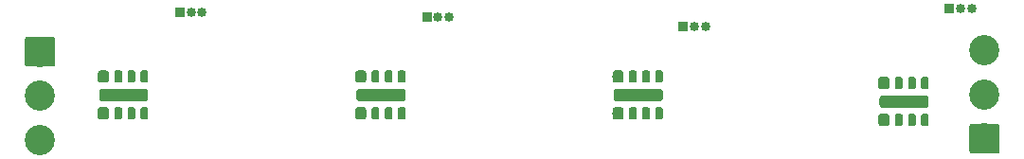
<source format=gbr>
G04 #@! TF.GenerationSoftware,KiCad,Pcbnew,(5.1.2)-2*
G04 #@! TF.CreationDate,2020-01-05T19:11:54-05:00*
G04 #@! TF.ProjectId,AddressableLED,41646472-6573-4736-9162-6c654c45442e,rev?*
G04 #@! TF.SameCoordinates,Original*
G04 #@! TF.FileFunction,Soldermask,Bot*
G04 #@! TF.FilePolarity,Negative*
%FSLAX46Y46*%
G04 Gerber Fmt 4.6, Leading zero omitted, Abs format (unit mm)*
G04 Created by KiCad (PCBNEW (5.1.2)-2) date 2020-01-05 19:11:54*
%MOMM*%
%LPD*%
G04 APERTURE LIST*
%ADD10O,0.850000X0.850000*%
%ADD11R,0.850000X0.850000*%
%ADD12C,0.100000*%
%ADD13C,1.100000*%
%ADD14C,0.670000*%
%ADD15C,0.980000*%
%ADD16C,2.700000*%
G04 APERTURE END LIST*
D10*
X182479700Y-96177100D03*
X181479700Y-96177100D03*
D11*
X180479700Y-96177100D03*
D12*
G36*
X178367655Y-103946924D02*
G01*
X178394350Y-103950884D01*
X178420528Y-103957441D01*
X178445938Y-103966533D01*
X178470334Y-103978072D01*
X178493482Y-103991946D01*
X178515158Y-104008022D01*
X178535154Y-104026146D01*
X178553278Y-104046142D01*
X178569354Y-104067818D01*
X178583228Y-104090966D01*
X178594767Y-104115362D01*
X178603859Y-104140772D01*
X178610416Y-104166950D01*
X178614376Y-104193645D01*
X178615700Y-104220600D01*
X178615700Y-104770600D01*
X178614376Y-104797555D01*
X178610416Y-104824250D01*
X178603859Y-104850428D01*
X178594767Y-104875838D01*
X178583228Y-104900234D01*
X178569354Y-104923382D01*
X178553278Y-104945058D01*
X178535154Y-104965054D01*
X178515158Y-104983178D01*
X178493482Y-104999254D01*
X178470334Y-105013128D01*
X178445938Y-105024667D01*
X178420528Y-105033759D01*
X178394350Y-105040316D01*
X178367655Y-105044276D01*
X178340700Y-105045600D01*
X174490700Y-105045600D01*
X174463745Y-105044276D01*
X174437050Y-105040316D01*
X174410872Y-105033759D01*
X174385462Y-105024667D01*
X174361066Y-105013128D01*
X174337918Y-104999254D01*
X174316242Y-104983178D01*
X174296246Y-104965054D01*
X174278122Y-104945058D01*
X174262046Y-104923382D01*
X174248172Y-104900234D01*
X174236633Y-104875838D01*
X174227541Y-104850428D01*
X174220984Y-104824250D01*
X174217024Y-104797555D01*
X174215700Y-104770600D01*
X174215700Y-104220600D01*
X174217024Y-104193645D01*
X174220984Y-104166950D01*
X174227541Y-104140772D01*
X174236633Y-104115362D01*
X174248172Y-104090966D01*
X174262046Y-104067818D01*
X174278122Y-104046142D01*
X174296246Y-104026146D01*
X174316242Y-104008022D01*
X174337918Y-103991946D01*
X174361066Y-103978072D01*
X174385462Y-103966533D01*
X174410872Y-103957441D01*
X174437050Y-103950884D01*
X174463745Y-103946924D01*
X174490700Y-103945600D01*
X178340700Y-103945600D01*
X178367655Y-103946924D01*
X178367655Y-103946924D01*
G37*
D13*
X176415700Y-104495600D03*
D12*
G36*
X178456218Y-102298907D02*
G01*
X178472478Y-102301318D01*
X178488423Y-102305312D01*
X178503899Y-102310850D01*
X178518759Y-102317878D01*
X178532858Y-102326329D01*
X178546061Y-102336121D01*
X178558240Y-102347160D01*
X178569279Y-102359339D01*
X178579071Y-102372542D01*
X178587522Y-102386641D01*
X178594550Y-102401501D01*
X178600088Y-102416977D01*
X178604082Y-102432922D01*
X178606493Y-102449182D01*
X178607300Y-102465600D01*
X178607300Y-103230600D01*
X178606493Y-103247018D01*
X178604082Y-103263278D01*
X178600088Y-103279223D01*
X178594550Y-103294699D01*
X178587522Y-103309559D01*
X178579071Y-103323658D01*
X178569279Y-103336861D01*
X178558240Y-103349040D01*
X178546061Y-103360079D01*
X178532858Y-103369871D01*
X178518759Y-103378322D01*
X178503899Y-103385350D01*
X178488423Y-103390888D01*
X178472478Y-103394882D01*
X178456218Y-103397293D01*
X178439800Y-103398100D01*
X178104800Y-103398100D01*
X178088382Y-103397293D01*
X178072122Y-103394882D01*
X178056177Y-103390888D01*
X178040701Y-103385350D01*
X178025841Y-103378322D01*
X178011742Y-103369871D01*
X177998539Y-103360079D01*
X177986360Y-103349040D01*
X177975321Y-103336861D01*
X177965529Y-103323658D01*
X177957078Y-103309559D01*
X177950050Y-103294699D01*
X177944512Y-103279223D01*
X177940518Y-103263278D01*
X177938107Y-103247018D01*
X177937300Y-103230600D01*
X177937300Y-102465600D01*
X177938107Y-102449182D01*
X177940518Y-102432922D01*
X177944512Y-102416977D01*
X177950050Y-102401501D01*
X177957078Y-102386641D01*
X177965529Y-102372542D01*
X177975321Y-102359339D01*
X177986360Y-102347160D01*
X177998539Y-102336121D01*
X178011742Y-102326329D01*
X178025841Y-102317878D01*
X178040701Y-102310850D01*
X178056177Y-102305312D01*
X178072122Y-102301318D01*
X178088382Y-102298907D01*
X178104800Y-102298100D01*
X178439800Y-102298100D01*
X178456218Y-102298907D01*
X178456218Y-102298907D01*
G37*
D14*
X178272300Y-102848100D03*
D12*
G36*
X178456218Y-105593907D02*
G01*
X178472478Y-105596318D01*
X178488423Y-105600312D01*
X178503899Y-105605850D01*
X178518759Y-105612878D01*
X178532858Y-105621329D01*
X178546061Y-105631121D01*
X178558240Y-105642160D01*
X178569279Y-105654339D01*
X178579071Y-105667542D01*
X178587522Y-105681641D01*
X178594550Y-105696501D01*
X178600088Y-105711977D01*
X178604082Y-105727922D01*
X178606493Y-105744182D01*
X178607300Y-105760600D01*
X178607300Y-106525600D01*
X178606493Y-106542018D01*
X178604082Y-106558278D01*
X178600088Y-106574223D01*
X178594550Y-106589699D01*
X178587522Y-106604559D01*
X178579071Y-106618658D01*
X178569279Y-106631861D01*
X178558240Y-106644040D01*
X178546061Y-106655079D01*
X178532858Y-106664871D01*
X178518759Y-106673322D01*
X178503899Y-106680350D01*
X178488423Y-106685888D01*
X178472478Y-106689882D01*
X178456218Y-106692293D01*
X178439800Y-106693100D01*
X178104800Y-106693100D01*
X178088382Y-106692293D01*
X178072122Y-106689882D01*
X178056177Y-106685888D01*
X178040701Y-106680350D01*
X178025841Y-106673322D01*
X178011742Y-106664871D01*
X177998539Y-106655079D01*
X177986360Y-106644040D01*
X177975321Y-106631861D01*
X177965529Y-106618658D01*
X177957078Y-106604559D01*
X177950050Y-106589699D01*
X177944512Y-106574223D01*
X177940518Y-106558278D01*
X177938107Y-106542018D01*
X177937300Y-106525600D01*
X177937300Y-105760600D01*
X177938107Y-105744182D01*
X177940518Y-105727922D01*
X177944512Y-105711977D01*
X177950050Y-105696501D01*
X177957078Y-105681641D01*
X177965529Y-105667542D01*
X177975321Y-105654339D01*
X177986360Y-105642160D01*
X177998539Y-105631121D01*
X178011742Y-105621329D01*
X178025841Y-105612878D01*
X178040701Y-105605850D01*
X178056177Y-105600312D01*
X178072122Y-105596318D01*
X178088382Y-105593907D01*
X178104800Y-105593100D01*
X178439800Y-105593100D01*
X178456218Y-105593907D01*
X178456218Y-105593907D01*
G37*
D14*
X178272300Y-106143100D03*
D12*
G36*
X177286218Y-102298907D02*
G01*
X177302478Y-102301318D01*
X177318423Y-102305312D01*
X177333899Y-102310850D01*
X177348759Y-102317878D01*
X177362858Y-102326329D01*
X177376061Y-102336121D01*
X177388240Y-102347160D01*
X177399279Y-102359339D01*
X177409071Y-102372542D01*
X177417522Y-102386641D01*
X177424550Y-102401501D01*
X177430088Y-102416977D01*
X177434082Y-102432922D01*
X177436493Y-102449182D01*
X177437300Y-102465600D01*
X177437300Y-103230600D01*
X177436493Y-103247018D01*
X177434082Y-103263278D01*
X177430088Y-103279223D01*
X177424550Y-103294699D01*
X177417522Y-103309559D01*
X177409071Y-103323658D01*
X177399279Y-103336861D01*
X177388240Y-103349040D01*
X177376061Y-103360079D01*
X177362858Y-103369871D01*
X177348759Y-103378322D01*
X177333899Y-103385350D01*
X177318423Y-103390888D01*
X177302478Y-103394882D01*
X177286218Y-103397293D01*
X177269800Y-103398100D01*
X176934800Y-103398100D01*
X176918382Y-103397293D01*
X176902122Y-103394882D01*
X176886177Y-103390888D01*
X176870701Y-103385350D01*
X176855841Y-103378322D01*
X176841742Y-103369871D01*
X176828539Y-103360079D01*
X176816360Y-103349040D01*
X176805321Y-103336861D01*
X176795529Y-103323658D01*
X176787078Y-103309559D01*
X176780050Y-103294699D01*
X176774512Y-103279223D01*
X176770518Y-103263278D01*
X176768107Y-103247018D01*
X176767300Y-103230600D01*
X176767300Y-102465600D01*
X176768107Y-102449182D01*
X176770518Y-102432922D01*
X176774512Y-102416977D01*
X176780050Y-102401501D01*
X176787078Y-102386641D01*
X176795529Y-102372542D01*
X176805321Y-102359339D01*
X176816360Y-102347160D01*
X176828539Y-102336121D01*
X176841742Y-102326329D01*
X176855841Y-102317878D01*
X176870701Y-102310850D01*
X176886177Y-102305312D01*
X176902122Y-102301318D01*
X176918382Y-102298907D01*
X176934800Y-102298100D01*
X177269800Y-102298100D01*
X177286218Y-102298907D01*
X177286218Y-102298907D01*
G37*
D14*
X177102300Y-102848100D03*
D12*
G36*
X177286218Y-105593907D02*
G01*
X177302478Y-105596318D01*
X177318423Y-105600312D01*
X177333899Y-105605850D01*
X177348759Y-105612878D01*
X177362858Y-105621329D01*
X177376061Y-105631121D01*
X177388240Y-105642160D01*
X177399279Y-105654339D01*
X177409071Y-105667542D01*
X177417522Y-105681641D01*
X177424550Y-105696501D01*
X177430088Y-105711977D01*
X177434082Y-105727922D01*
X177436493Y-105744182D01*
X177437300Y-105760600D01*
X177437300Y-106525600D01*
X177436493Y-106542018D01*
X177434082Y-106558278D01*
X177430088Y-106574223D01*
X177424550Y-106589699D01*
X177417522Y-106604559D01*
X177409071Y-106618658D01*
X177399279Y-106631861D01*
X177388240Y-106644040D01*
X177376061Y-106655079D01*
X177362858Y-106664871D01*
X177348759Y-106673322D01*
X177333899Y-106680350D01*
X177318423Y-106685888D01*
X177302478Y-106689882D01*
X177286218Y-106692293D01*
X177269800Y-106693100D01*
X176934800Y-106693100D01*
X176918382Y-106692293D01*
X176902122Y-106689882D01*
X176886177Y-106685888D01*
X176870701Y-106680350D01*
X176855841Y-106673322D01*
X176841742Y-106664871D01*
X176828539Y-106655079D01*
X176816360Y-106644040D01*
X176805321Y-106631861D01*
X176795529Y-106618658D01*
X176787078Y-106604559D01*
X176780050Y-106589699D01*
X176774512Y-106574223D01*
X176770518Y-106558278D01*
X176768107Y-106542018D01*
X176767300Y-106525600D01*
X176767300Y-105760600D01*
X176768107Y-105744182D01*
X176770518Y-105727922D01*
X176774512Y-105711977D01*
X176780050Y-105696501D01*
X176787078Y-105681641D01*
X176795529Y-105667542D01*
X176805321Y-105654339D01*
X176816360Y-105642160D01*
X176828539Y-105631121D01*
X176841742Y-105621329D01*
X176855841Y-105612878D01*
X176870701Y-105605850D01*
X176886177Y-105600312D01*
X176902122Y-105596318D01*
X176918382Y-105593907D01*
X176934800Y-105593100D01*
X177269800Y-105593100D01*
X177286218Y-105593907D01*
X177286218Y-105593907D01*
G37*
D14*
X177102300Y-106143100D03*
D12*
G36*
X176116218Y-102298907D02*
G01*
X176132478Y-102301318D01*
X176148423Y-102305312D01*
X176163899Y-102310850D01*
X176178759Y-102317878D01*
X176192858Y-102326329D01*
X176206061Y-102336121D01*
X176218240Y-102347160D01*
X176229279Y-102359339D01*
X176239071Y-102372542D01*
X176247522Y-102386641D01*
X176254550Y-102401501D01*
X176260088Y-102416977D01*
X176264082Y-102432922D01*
X176266493Y-102449182D01*
X176267300Y-102465600D01*
X176267300Y-103230600D01*
X176266493Y-103247018D01*
X176264082Y-103263278D01*
X176260088Y-103279223D01*
X176254550Y-103294699D01*
X176247522Y-103309559D01*
X176239071Y-103323658D01*
X176229279Y-103336861D01*
X176218240Y-103349040D01*
X176206061Y-103360079D01*
X176192858Y-103369871D01*
X176178759Y-103378322D01*
X176163899Y-103385350D01*
X176148423Y-103390888D01*
X176132478Y-103394882D01*
X176116218Y-103397293D01*
X176099800Y-103398100D01*
X175764800Y-103398100D01*
X175748382Y-103397293D01*
X175732122Y-103394882D01*
X175716177Y-103390888D01*
X175700701Y-103385350D01*
X175685841Y-103378322D01*
X175671742Y-103369871D01*
X175658539Y-103360079D01*
X175646360Y-103349040D01*
X175635321Y-103336861D01*
X175625529Y-103323658D01*
X175617078Y-103309559D01*
X175610050Y-103294699D01*
X175604512Y-103279223D01*
X175600518Y-103263278D01*
X175598107Y-103247018D01*
X175597300Y-103230600D01*
X175597300Y-102465600D01*
X175598107Y-102449182D01*
X175600518Y-102432922D01*
X175604512Y-102416977D01*
X175610050Y-102401501D01*
X175617078Y-102386641D01*
X175625529Y-102372542D01*
X175635321Y-102359339D01*
X175646360Y-102347160D01*
X175658539Y-102336121D01*
X175671742Y-102326329D01*
X175685841Y-102317878D01*
X175700701Y-102310850D01*
X175716177Y-102305312D01*
X175732122Y-102301318D01*
X175748382Y-102298907D01*
X175764800Y-102298100D01*
X176099800Y-102298100D01*
X176116218Y-102298907D01*
X176116218Y-102298907D01*
G37*
D14*
X175932300Y-102848100D03*
D12*
G36*
X176116218Y-105593907D02*
G01*
X176132478Y-105596318D01*
X176148423Y-105600312D01*
X176163899Y-105605850D01*
X176178759Y-105612878D01*
X176192858Y-105621329D01*
X176206061Y-105631121D01*
X176218240Y-105642160D01*
X176229279Y-105654339D01*
X176239071Y-105667542D01*
X176247522Y-105681641D01*
X176254550Y-105696501D01*
X176260088Y-105711977D01*
X176264082Y-105727922D01*
X176266493Y-105744182D01*
X176267300Y-105760600D01*
X176267300Y-106525600D01*
X176266493Y-106542018D01*
X176264082Y-106558278D01*
X176260088Y-106574223D01*
X176254550Y-106589699D01*
X176247522Y-106604559D01*
X176239071Y-106618658D01*
X176229279Y-106631861D01*
X176218240Y-106644040D01*
X176206061Y-106655079D01*
X176192858Y-106664871D01*
X176178759Y-106673322D01*
X176163899Y-106680350D01*
X176148423Y-106685888D01*
X176132478Y-106689882D01*
X176116218Y-106692293D01*
X176099800Y-106693100D01*
X175764800Y-106693100D01*
X175748382Y-106692293D01*
X175732122Y-106689882D01*
X175716177Y-106685888D01*
X175700701Y-106680350D01*
X175685841Y-106673322D01*
X175671742Y-106664871D01*
X175658539Y-106655079D01*
X175646360Y-106644040D01*
X175635321Y-106631861D01*
X175625529Y-106618658D01*
X175617078Y-106604559D01*
X175610050Y-106589699D01*
X175604512Y-106574223D01*
X175600518Y-106558278D01*
X175598107Y-106542018D01*
X175597300Y-106525600D01*
X175597300Y-105760600D01*
X175598107Y-105744182D01*
X175600518Y-105727922D01*
X175604512Y-105711977D01*
X175610050Y-105696501D01*
X175617078Y-105681641D01*
X175625529Y-105667542D01*
X175635321Y-105654339D01*
X175646360Y-105642160D01*
X175658539Y-105631121D01*
X175671742Y-105621329D01*
X175685841Y-105612878D01*
X175700701Y-105605850D01*
X175716177Y-105600312D01*
X175732122Y-105596318D01*
X175748382Y-105593907D01*
X175764800Y-105593100D01*
X176099800Y-105593100D01*
X176116218Y-105593907D01*
X176116218Y-105593907D01*
G37*
D14*
X175932300Y-106143100D03*
D12*
G36*
X174876314Y-102299280D02*
G01*
X174900097Y-102302808D01*
X174923420Y-102308650D01*
X174946057Y-102316750D01*
X174967792Y-102327029D01*
X174988415Y-102339390D01*
X175007726Y-102353712D01*
X175025541Y-102369859D01*
X175041688Y-102387674D01*
X175056010Y-102406985D01*
X175068371Y-102427608D01*
X175078650Y-102449343D01*
X175086750Y-102471980D01*
X175092592Y-102495303D01*
X175096120Y-102519086D01*
X175097300Y-102543100D01*
X175097300Y-103153100D01*
X175096120Y-103177114D01*
X175092592Y-103200897D01*
X175086750Y-103224220D01*
X175078650Y-103246857D01*
X175068371Y-103268592D01*
X175056010Y-103289215D01*
X175041688Y-103308526D01*
X175025541Y-103326341D01*
X175007726Y-103342488D01*
X174988415Y-103356810D01*
X174967792Y-103369171D01*
X174946057Y-103379450D01*
X174923420Y-103387550D01*
X174900097Y-103393392D01*
X174876314Y-103396920D01*
X174852300Y-103398100D01*
X174362300Y-103398100D01*
X174338286Y-103396920D01*
X174314503Y-103393392D01*
X174291180Y-103387550D01*
X174268543Y-103379450D01*
X174246808Y-103369171D01*
X174226185Y-103356810D01*
X174206874Y-103342488D01*
X174189059Y-103326341D01*
X174172912Y-103308526D01*
X174158590Y-103289215D01*
X174146229Y-103268592D01*
X174135950Y-103246857D01*
X174127850Y-103224220D01*
X174122008Y-103200897D01*
X174118480Y-103177114D01*
X174117300Y-103153100D01*
X174117300Y-102543100D01*
X174118480Y-102519086D01*
X174122008Y-102495303D01*
X174127850Y-102471980D01*
X174135950Y-102449343D01*
X174146229Y-102427608D01*
X174158590Y-102406985D01*
X174172912Y-102387674D01*
X174189059Y-102369859D01*
X174206874Y-102353712D01*
X174226185Y-102339390D01*
X174246808Y-102327029D01*
X174268543Y-102316750D01*
X174291180Y-102308650D01*
X174314503Y-102302808D01*
X174338286Y-102299280D01*
X174362300Y-102298100D01*
X174852300Y-102298100D01*
X174876314Y-102299280D01*
X174876314Y-102299280D01*
G37*
D15*
X174607300Y-102848100D03*
D12*
G36*
X174876314Y-105594280D02*
G01*
X174900097Y-105597808D01*
X174923420Y-105603650D01*
X174946057Y-105611750D01*
X174967792Y-105622029D01*
X174988415Y-105634390D01*
X175007726Y-105648712D01*
X175025541Y-105664859D01*
X175041688Y-105682674D01*
X175056010Y-105701985D01*
X175068371Y-105722608D01*
X175078650Y-105744343D01*
X175086750Y-105766980D01*
X175092592Y-105790303D01*
X175096120Y-105814086D01*
X175097300Y-105838100D01*
X175097300Y-106448100D01*
X175096120Y-106472114D01*
X175092592Y-106495897D01*
X175086750Y-106519220D01*
X175078650Y-106541857D01*
X175068371Y-106563592D01*
X175056010Y-106584215D01*
X175041688Y-106603526D01*
X175025541Y-106621341D01*
X175007726Y-106637488D01*
X174988415Y-106651810D01*
X174967792Y-106664171D01*
X174946057Y-106674450D01*
X174923420Y-106682550D01*
X174900097Y-106688392D01*
X174876314Y-106691920D01*
X174852300Y-106693100D01*
X174362300Y-106693100D01*
X174338286Y-106691920D01*
X174314503Y-106688392D01*
X174291180Y-106682550D01*
X174268543Y-106674450D01*
X174246808Y-106664171D01*
X174226185Y-106651810D01*
X174206874Y-106637488D01*
X174189059Y-106621341D01*
X174172912Y-106603526D01*
X174158590Y-106584215D01*
X174146229Y-106563592D01*
X174135950Y-106541857D01*
X174127850Y-106519220D01*
X174122008Y-106495897D01*
X174118480Y-106472114D01*
X174117300Y-106448100D01*
X174117300Y-105838100D01*
X174118480Y-105814086D01*
X174122008Y-105790303D01*
X174127850Y-105766980D01*
X174135950Y-105744343D01*
X174146229Y-105722608D01*
X174158590Y-105701985D01*
X174172912Y-105682674D01*
X174189059Y-105664859D01*
X174206874Y-105648712D01*
X174226185Y-105634390D01*
X174246808Y-105622029D01*
X174268543Y-105611750D01*
X174291180Y-105603650D01*
X174314503Y-105597808D01*
X174338286Y-105594280D01*
X174362300Y-105593100D01*
X174852300Y-105593100D01*
X174876314Y-105594280D01*
X174876314Y-105594280D01*
G37*
D15*
X174607300Y-106143100D03*
D10*
X113671100Y-96481900D03*
X112671100Y-96481900D03*
D11*
X111671100Y-96481900D03*
D10*
X135756400Y-96926400D03*
X134756400Y-96926400D03*
D11*
X133756400Y-96926400D03*
D10*
X158667200Y-97790000D03*
X157667200Y-97790000D03*
D11*
X156667200Y-97790000D03*
D16*
X183603900Y-99890300D03*
X183603900Y-103850300D03*
D12*
G36*
X184728403Y-106461504D02*
G01*
X184752672Y-106465104D01*
X184776470Y-106471065D01*
X184799570Y-106479330D01*
X184821749Y-106489820D01*
X184842792Y-106502433D01*
X184862498Y-106517048D01*
X184880676Y-106533524D01*
X184897152Y-106551702D01*
X184911767Y-106571408D01*
X184924380Y-106592451D01*
X184934870Y-106614630D01*
X184943135Y-106637730D01*
X184949096Y-106661528D01*
X184952696Y-106685797D01*
X184953900Y-106710301D01*
X184953900Y-108910299D01*
X184952696Y-108934803D01*
X184949096Y-108959072D01*
X184943135Y-108982870D01*
X184934870Y-109005970D01*
X184924380Y-109028149D01*
X184911767Y-109049192D01*
X184897152Y-109068898D01*
X184880676Y-109087076D01*
X184862498Y-109103552D01*
X184842792Y-109118167D01*
X184821749Y-109130780D01*
X184799570Y-109141270D01*
X184776470Y-109149535D01*
X184752672Y-109155496D01*
X184728403Y-109159096D01*
X184703899Y-109160300D01*
X182503901Y-109160300D01*
X182479397Y-109159096D01*
X182455128Y-109155496D01*
X182431330Y-109149535D01*
X182408230Y-109141270D01*
X182386051Y-109130780D01*
X182365008Y-109118167D01*
X182345302Y-109103552D01*
X182327124Y-109087076D01*
X182310648Y-109068898D01*
X182296033Y-109049192D01*
X182283420Y-109028149D01*
X182272930Y-109005970D01*
X182264665Y-108982870D01*
X182258704Y-108959072D01*
X182255104Y-108934803D01*
X182253900Y-108910299D01*
X182253900Y-106710301D01*
X182255104Y-106685797D01*
X182258704Y-106661528D01*
X182264665Y-106637730D01*
X182272930Y-106614630D01*
X182283420Y-106592451D01*
X182296033Y-106571408D01*
X182310648Y-106551702D01*
X182327124Y-106533524D01*
X182345302Y-106517048D01*
X182365008Y-106502433D01*
X182386051Y-106489820D01*
X182408230Y-106479330D01*
X182431330Y-106471065D01*
X182455128Y-106465104D01*
X182479397Y-106461504D01*
X182503901Y-106460300D01*
X184703899Y-106460300D01*
X184728403Y-106461504D01*
X184728403Y-106461504D01*
G37*
D16*
X183603900Y-107810300D03*
X99187000Y-107945200D03*
X99187000Y-103985200D03*
D12*
G36*
X100311503Y-98676404D02*
G01*
X100335772Y-98680004D01*
X100359570Y-98685965D01*
X100382670Y-98694230D01*
X100404849Y-98704720D01*
X100425892Y-98717333D01*
X100445598Y-98731948D01*
X100463776Y-98748424D01*
X100480252Y-98766602D01*
X100494867Y-98786308D01*
X100507480Y-98807351D01*
X100517970Y-98829530D01*
X100526235Y-98852630D01*
X100532196Y-98876428D01*
X100535796Y-98900697D01*
X100537000Y-98925201D01*
X100537000Y-101125199D01*
X100535796Y-101149703D01*
X100532196Y-101173972D01*
X100526235Y-101197770D01*
X100517970Y-101220870D01*
X100507480Y-101243049D01*
X100494867Y-101264092D01*
X100480252Y-101283798D01*
X100463776Y-101301976D01*
X100445598Y-101318452D01*
X100425892Y-101333067D01*
X100404849Y-101345680D01*
X100382670Y-101356170D01*
X100359570Y-101364435D01*
X100335772Y-101370396D01*
X100311503Y-101373996D01*
X100286999Y-101375200D01*
X98087001Y-101375200D01*
X98062497Y-101373996D01*
X98038228Y-101370396D01*
X98014430Y-101364435D01*
X97991330Y-101356170D01*
X97969151Y-101345680D01*
X97948108Y-101333067D01*
X97928402Y-101318452D01*
X97910224Y-101301976D01*
X97893748Y-101283798D01*
X97879133Y-101264092D01*
X97866520Y-101243049D01*
X97856030Y-101220870D01*
X97847765Y-101197770D01*
X97841804Y-101173972D01*
X97838204Y-101149703D01*
X97837000Y-101125199D01*
X97837000Y-98925201D01*
X97838204Y-98900697D01*
X97841804Y-98876428D01*
X97847765Y-98852630D01*
X97856030Y-98829530D01*
X97866520Y-98807351D01*
X97879133Y-98786308D01*
X97893748Y-98766602D01*
X97910224Y-98748424D01*
X97928402Y-98731948D01*
X97948108Y-98717333D01*
X97969151Y-98704720D01*
X97991330Y-98694230D01*
X98014430Y-98685965D01*
X98038228Y-98680004D01*
X98062497Y-98676404D01*
X98087001Y-98675200D01*
X100286999Y-98675200D01*
X100311503Y-98676404D01*
X100311503Y-98676404D01*
G37*
D16*
X99187000Y-100025200D03*
D12*
G36*
X108606555Y-103362724D02*
G01*
X108633250Y-103366684D01*
X108659428Y-103373241D01*
X108684838Y-103382333D01*
X108709234Y-103393872D01*
X108732382Y-103407746D01*
X108754058Y-103423822D01*
X108774054Y-103441946D01*
X108792178Y-103461942D01*
X108808254Y-103483618D01*
X108822128Y-103506766D01*
X108833667Y-103531162D01*
X108842759Y-103556572D01*
X108849316Y-103582750D01*
X108853276Y-103609445D01*
X108854600Y-103636400D01*
X108854600Y-104186400D01*
X108853276Y-104213355D01*
X108849316Y-104240050D01*
X108842759Y-104266228D01*
X108833667Y-104291638D01*
X108822128Y-104316034D01*
X108808254Y-104339182D01*
X108792178Y-104360858D01*
X108774054Y-104380854D01*
X108754058Y-104398978D01*
X108732382Y-104415054D01*
X108709234Y-104428928D01*
X108684838Y-104440467D01*
X108659428Y-104449559D01*
X108633250Y-104456116D01*
X108606555Y-104460076D01*
X108579600Y-104461400D01*
X104729600Y-104461400D01*
X104702645Y-104460076D01*
X104675950Y-104456116D01*
X104649772Y-104449559D01*
X104624362Y-104440467D01*
X104599966Y-104428928D01*
X104576818Y-104415054D01*
X104555142Y-104398978D01*
X104535146Y-104380854D01*
X104517022Y-104360858D01*
X104500946Y-104339182D01*
X104487072Y-104316034D01*
X104475533Y-104291638D01*
X104466441Y-104266228D01*
X104459884Y-104240050D01*
X104455924Y-104213355D01*
X104454600Y-104186400D01*
X104454600Y-103636400D01*
X104455924Y-103609445D01*
X104459884Y-103582750D01*
X104466441Y-103556572D01*
X104475533Y-103531162D01*
X104487072Y-103506766D01*
X104500946Y-103483618D01*
X104517022Y-103461942D01*
X104535146Y-103441946D01*
X104555142Y-103423822D01*
X104576818Y-103407746D01*
X104599966Y-103393872D01*
X104624362Y-103382333D01*
X104649772Y-103373241D01*
X104675950Y-103366684D01*
X104702645Y-103362724D01*
X104729600Y-103361400D01*
X108579600Y-103361400D01*
X108606555Y-103362724D01*
X108606555Y-103362724D01*
G37*
D13*
X106654600Y-103911400D03*
D12*
G36*
X108695118Y-101714707D02*
G01*
X108711378Y-101717118D01*
X108727323Y-101721112D01*
X108742799Y-101726650D01*
X108757659Y-101733678D01*
X108771758Y-101742129D01*
X108784961Y-101751921D01*
X108797140Y-101762960D01*
X108808179Y-101775139D01*
X108817971Y-101788342D01*
X108826422Y-101802441D01*
X108833450Y-101817301D01*
X108838988Y-101832777D01*
X108842982Y-101848722D01*
X108845393Y-101864982D01*
X108846200Y-101881400D01*
X108846200Y-102646400D01*
X108845393Y-102662818D01*
X108842982Y-102679078D01*
X108838988Y-102695023D01*
X108833450Y-102710499D01*
X108826422Y-102725359D01*
X108817971Y-102739458D01*
X108808179Y-102752661D01*
X108797140Y-102764840D01*
X108784961Y-102775879D01*
X108771758Y-102785671D01*
X108757659Y-102794122D01*
X108742799Y-102801150D01*
X108727323Y-102806688D01*
X108711378Y-102810682D01*
X108695118Y-102813093D01*
X108678700Y-102813900D01*
X108343700Y-102813900D01*
X108327282Y-102813093D01*
X108311022Y-102810682D01*
X108295077Y-102806688D01*
X108279601Y-102801150D01*
X108264741Y-102794122D01*
X108250642Y-102785671D01*
X108237439Y-102775879D01*
X108225260Y-102764840D01*
X108214221Y-102752661D01*
X108204429Y-102739458D01*
X108195978Y-102725359D01*
X108188950Y-102710499D01*
X108183412Y-102695023D01*
X108179418Y-102679078D01*
X108177007Y-102662818D01*
X108176200Y-102646400D01*
X108176200Y-101881400D01*
X108177007Y-101864982D01*
X108179418Y-101848722D01*
X108183412Y-101832777D01*
X108188950Y-101817301D01*
X108195978Y-101802441D01*
X108204429Y-101788342D01*
X108214221Y-101775139D01*
X108225260Y-101762960D01*
X108237439Y-101751921D01*
X108250642Y-101742129D01*
X108264741Y-101733678D01*
X108279601Y-101726650D01*
X108295077Y-101721112D01*
X108311022Y-101717118D01*
X108327282Y-101714707D01*
X108343700Y-101713900D01*
X108678700Y-101713900D01*
X108695118Y-101714707D01*
X108695118Y-101714707D01*
G37*
D14*
X108511200Y-102263900D03*
D12*
G36*
X108695118Y-105009707D02*
G01*
X108711378Y-105012118D01*
X108727323Y-105016112D01*
X108742799Y-105021650D01*
X108757659Y-105028678D01*
X108771758Y-105037129D01*
X108784961Y-105046921D01*
X108797140Y-105057960D01*
X108808179Y-105070139D01*
X108817971Y-105083342D01*
X108826422Y-105097441D01*
X108833450Y-105112301D01*
X108838988Y-105127777D01*
X108842982Y-105143722D01*
X108845393Y-105159982D01*
X108846200Y-105176400D01*
X108846200Y-105941400D01*
X108845393Y-105957818D01*
X108842982Y-105974078D01*
X108838988Y-105990023D01*
X108833450Y-106005499D01*
X108826422Y-106020359D01*
X108817971Y-106034458D01*
X108808179Y-106047661D01*
X108797140Y-106059840D01*
X108784961Y-106070879D01*
X108771758Y-106080671D01*
X108757659Y-106089122D01*
X108742799Y-106096150D01*
X108727323Y-106101688D01*
X108711378Y-106105682D01*
X108695118Y-106108093D01*
X108678700Y-106108900D01*
X108343700Y-106108900D01*
X108327282Y-106108093D01*
X108311022Y-106105682D01*
X108295077Y-106101688D01*
X108279601Y-106096150D01*
X108264741Y-106089122D01*
X108250642Y-106080671D01*
X108237439Y-106070879D01*
X108225260Y-106059840D01*
X108214221Y-106047661D01*
X108204429Y-106034458D01*
X108195978Y-106020359D01*
X108188950Y-106005499D01*
X108183412Y-105990023D01*
X108179418Y-105974078D01*
X108177007Y-105957818D01*
X108176200Y-105941400D01*
X108176200Y-105176400D01*
X108177007Y-105159982D01*
X108179418Y-105143722D01*
X108183412Y-105127777D01*
X108188950Y-105112301D01*
X108195978Y-105097441D01*
X108204429Y-105083342D01*
X108214221Y-105070139D01*
X108225260Y-105057960D01*
X108237439Y-105046921D01*
X108250642Y-105037129D01*
X108264741Y-105028678D01*
X108279601Y-105021650D01*
X108295077Y-105016112D01*
X108311022Y-105012118D01*
X108327282Y-105009707D01*
X108343700Y-105008900D01*
X108678700Y-105008900D01*
X108695118Y-105009707D01*
X108695118Y-105009707D01*
G37*
D14*
X108511200Y-105558900D03*
D12*
G36*
X107525118Y-101714707D02*
G01*
X107541378Y-101717118D01*
X107557323Y-101721112D01*
X107572799Y-101726650D01*
X107587659Y-101733678D01*
X107601758Y-101742129D01*
X107614961Y-101751921D01*
X107627140Y-101762960D01*
X107638179Y-101775139D01*
X107647971Y-101788342D01*
X107656422Y-101802441D01*
X107663450Y-101817301D01*
X107668988Y-101832777D01*
X107672982Y-101848722D01*
X107675393Y-101864982D01*
X107676200Y-101881400D01*
X107676200Y-102646400D01*
X107675393Y-102662818D01*
X107672982Y-102679078D01*
X107668988Y-102695023D01*
X107663450Y-102710499D01*
X107656422Y-102725359D01*
X107647971Y-102739458D01*
X107638179Y-102752661D01*
X107627140Y-102764840D01*
X107614961Y-102775879D01*
X107601758Y-102785671D01*
X107587659Y-102794122D01*
X107572799Y-102801150D01*
X107557323Y-102806688D01*
X107541378Y-102810682D01*
X107525118Y-102813093D01*
X107508700Y-102813900D01*
X107173700Y-102813900D01*
X107157282Y-102813093D01*
X107141022Y-102810682D01*
X107125077Y-102806688D01*
X107109601Y-102801150D01*
X107094741Y-102794122D01*
X107080642Y-102785671D01*
X107067439Y-102775879D01*
X107055260Y-102764840D01*
X107044221Y-102752661D01*
X107034429Y-102739458D01*
X107025978Y-102725359D01*
X107018950Y-102710499D01*
X107013412Y-102695023D01*
X107009418Y-102679078D01*
X107007007Y-102662818D01*
X107006200Y-102646400D01*
X107006200Y-101881400D01*
X107007007Y-101864982D01*
X107009418Y-101848722D01*
X107013412Y-101832777D01*
X107018950Y-101817301D01*
X107025978Y-101802441D01*
X107034429Y-101788342D01*
X107044221Y-101775139D01*
X107055260Y-101762960D01*
X107067439Y-101751921D01*
X107080642Y-101742129D01*
X107094741Y-101733678D01*
X107109601Y-101726650D01*
X107125077Y-101721112D01*
X107141022Y-101717118D01*
X107157282Y-101714707D01*
X107173700Y-101713900D01*
X107508700Y-101713900D01*
X107525118Y-101714707D01*
X107525118Y-101714707D01*
G37*
D14*
X107341200Y-102263900D03*
D12*
G36*
X107525118Y-105009707D02*
G01*
X107541378Y-105012118D01*
X107557323Y-105016112D01*
X107572799Y-105021650D01*
X107587659Y-105028678D01*
X107601758Y-105037129D01*
X107614961Y-105046921D01*
X107627140Y-105057960D01*
X107638179Y-105070139D01*
X107647971Y-105083342D01*
X107656422Y-105097441D01*
X107663450Y-105112301D01*
X107668988Y-105127777D01*
X107672982Y-105143722D01*
X107675393Y-105159982D01*
X107676200Y-105176400D01*
X107676200Y-105941400D01*
X107675393Y-105957818D01*
X107672982Y-105974078D01*
X107668988Y-105990023D01*
X107663450Y-106005499D01*
X107656422Y-106020359D01*
X107647971Y-106034458D01*
X107638179Y-106047661D01*
X107627140Y-106059840D01*
X107614961Y-106070879D01*
X107601758Y-106080671D01*
X107587659Y-106089122D01*
X107572799Y-106096150D01*
X107557323Y-106101688D01*
X107541378Y-106105682D01*
X107525118Y-106108093D01*
X107508700Y-106108900D01*
X107173700Y-106108900D01*
X107157282Y-106108093D01*
X107141022Y-106105682D01*
X107125077Y-106101688D01*
X107109601Y-106096150D01*
X107094741Y-106089122D01*
X107080642Y-106080671D01*
X107067439Y-106070879D01*
X107055260Y-106059840D01*
X107044221Y-106047661D01*
X107034429Y-106034458D01*
X107025978Y-106020359D01*
X107018950Y-106005499D01*
X107013412Y-105990023D01*
X107009418Y-105974078D01*
X107007007Y-105957818D01*
X107006200Y-105941400D01*
X107006200Y-105176400D01*
X107007007Y-105159982D01*
X107009418Y-105143722D01*
X107013412Y-105127777D01*
X107018950Y-105112301D01*
X107025978Y-105097441D01*
X107034429Y-105083342D01*
X107044221Y-105070139D01*
X107055260Y-105057960D01*
X107067439Y-105046921D01*
X107080642Y-105037129D01*
X107094741Y-105028678D01*
X107109601Y-105021650D01*
X107125077Y-105016112D01*
X107141022Y-105012118D01*
X107157282Y-105009707D01*
X107173700Y-105008900D01*
X107508700Y-105008900D01*
X107525118Y-105009707D01*
X107525118Y-105009707D01*
G37*
D14*
X107341200Y-105558900D03*
D12*
G36*
X106355118Y-101714707D02*
G01*
X106371378Y-101717118D01*
X106387323Y-101721112D01*
X106402799Y-101726650D01*
X106417659Y-101733678D01*
X106431758Y-101742129D01*
X106444961Y-101751921D01*
X106457140Y-101762960D01*
X106468179Y-101775139D01*
X106477971Y-101788342D01*
X106486422Y-101802441D01*
X106493450Y-101817301D01*
X106498988Y-101832777D01*
X106502982Y-101848722D01*
X106505393Y-101864982D01*
X106506200Y-101881400D01*
X106506200Y-102646400D01*
X106505393Y-102662818D01*
X106502982Y-102679078D01*
X106498988Y-102695023D01*
X106493450Y-102710499D01*
X106486422Y-102725359D01*
X106477971Y-102739458D01*
X106468179Y-102752661D01*
X106457140Y-102764840D01*
X106444961Y-102775879D01*
X106431758Y-102785671D01*
X106417659Y-102794122D01*
X106402799Y-102801150D01*
X106387323Y-102806688D01*
X106371378Y-102810682D01*
X106355118Y-102813093D01*
X106338700Y-102813900D01*
X106003700Y-102813900D01*
X105987282Y-102813093D01*
X105971022Y-102810682D01*
X105955077Y-102806688D01*
X105939601Y-102801150D01*
X105924741Y-102794122D01*
X105910642Y-102785671D01*
X105897439Y-102775879D01*
X105885260Y-102764840D01*
X105874221Y-102752661D01*
X105864429Y-102739458D01*
X105855978Y-102725359D01*
X105848950Y-102710499D01*
X105843412Y-102695023D01*
X105839418Y-102679078D01*
X105837007Y-102662818D01*
X105836200Y-102646400D01*
X105836200Y-101881400D01*
X105837007Y-101864982D01*
X105839418Y-101848722D01*
X105843412Y-101832777D01*
X105848950Y-101817301D01*
X105855978Y-101802441D01*
X105864429Y-101788342D01*
X105874221Y-101775139D01*
X105885260Y-101762960D01*
X105897439Y-101751921D01*
X105910642Y-101742129D01*
X105924741Y-101733678D01*
X105939601Y-101726650D01*
X105955077Y-101721112D01*
X105971022Y-101717118D01*
X105987282Y-101714707D01*
X106003700Y-101713900D01*
X106338700Y-101713900D01*
X106355118Y-101714707D01*
X106355118Y-101714707D01*
G37*
D14*
X106171200Y-102263900D03*
D12*
G36*
X106355118Y-105009707D02*
G01*
X106371378Y-105012118D01*
X106387323Y-105016112D01*
X106402799Y-105021650D01*
X106417659Y-105028678D01*
X106431758Y-105037129D01*
X106444961Y-105046921D01*
X106457140Y-105057960D01*
X106468179Y-105070139D01*
X106477971Y-105083342D01*
X106486422Y-105097441D01*
X106493450Y-105112301D01*
X106498988Y-105127777D01*
X106502982Y-105143722D01*
X106505393Y-105159982D01*
X106506200Y-105176400D01*
X106506200Y-105941400D01*
X106505393Y-105957818D01*
X106502982Y-105974078D01*
X106498988Y-105990023D01*
X106493450Y-106005499D01*
X106486422Y-106020359D01*
X106477971Y-106034458D01*
X106468179Y-106047661D01*
X106457140Y-106059840D01*
X106444961Y-106070879D01*
X106431758Y-106080671D01*
X106417659Y-106089122D01*
X106402799Y-106096150D01*
X106387323Y-106101688D01*
X106371378Y-106105682D01*
X106355118Y-106108093D01*
X106338700Y-106108900D01*
X106003700Y-106108900D01*
X105987282Y-106108093D01*
X105971022Y-106105682D01*
X105955077Y-106101688D01*
X105939601Y-106096150D01*
X105924741Y-106089122D01*
X105910642Y-106080671D01*
X105897439Y-106070879D01*
X105885260Y-106059840D01*
X105874221Y-106047661D01*
X105864429Y-106034458D01*
X105855978Y-106020359D01*
X105848950Y-106005499D01*
X105843412Y-105990023D01*
X105839418Y-105974078D01*
X105837007Y-105957818D01*
X105836200Y-105941400D01*
X105836200Y-105176400D01*
X105837007Y-105159982D01*
X105839418Y-105143722D01*
X105843412Y-105127777D01*
X105848950Y-105112301D01*
X105855978Y-105097441D01*
X105864429Y-105083342D01*
X105874221Y-105070139D01*
X105885260Y-105057960D01*
X105897439Y-105046921D01*
X105910642Y-105037129D01*
X105924741Y-105028678D01*
X105939601Y-105021650D01*
X105955077Y-105016112D01*
X105971022Y-105012118D01*
X105987282Y-105009707D01*
X106003700Y-105008900D01*
X106338700Y-105008900D01*
X106355118Y-105009707D01*
X106355118Y-105009707D01*
G37*
D14*
X106171200Y-105558900D03*
D12*
G36*
X105115214Y-101715080D02*
G01*
X105138997Y-101718608D01*
X105162320Y-101724450D01*
X105184957Y-101732550D01*
X105206692Y-101742829D01*
X105227315Y-101755190D01*
X105246626Y-101769512D01*
X105264441Y-101785659D01*
X105280588Y-101803474D01*
X105294910Y-101822785D01*
X105307271Y-101843408D01*
X105317550Y-101865143D01*
X105325650Y-101887780D01*
X105331492Y-101911103D01*
X105335020Y-101934886D01*
X105336200Y-101958900D01*
X105336200Y-102568900D01*
X105335020Y-102592914D01*
X105331492Y-102616697D01*
X105325650Y-102640020D01*
X105317550Y-102662657D01*
X105307271Y-102684392D01*
X105294910Y-102705015D01*
X105280588Y-102724326D01*
X105264441Y-102742141D01*
X105246626Y-102758288D01*
X105227315Y-102772610D01*
X105206692Y-102784971D01*
X105184957Y-102795250D01*
X105162320Y-102803350D01*
X105138997Y-102809192D01*
X105115214Y-102812720D01*
X105091200Y-102813900D01*
X104601200Y-102813900D01*
X104577186Y-102812720D01*
X104553403Y-102809192D01*
X104530080Y-102803350D01*
X104507443Y-102795250D01*
X104485708Y-102784971D01*
X104465085Y-102772610D01*
X104445774Y-102758288D01*
X104427959Y-102742141D01*
X104411812Y-102724326D01*
X104397490Y-102705015D01*
X104385129Y-102684392D01*
X104374850Y-102662657D01*
X104366750Y-102640020D01*
X104360908Y-102616697D01*
X104357380Y-102592914D01*
X104356200Y-102568900D01*
X104356200Y-101958900D01*
X104357380Y-101934886D01*
X104360908Y-101911103D01*
X104366750Y-101887780D01*
X104374850Y-101865143D01*
X104385129Y-101843408D01*
X104397490Y-101822785D01*
X104411812Y-101803474D01*
X104427959Y-101785659D01*
X104445774Y-101769512D01*
X104465085Y-101755190D01*
X104485708Y-101742829D01*
X104507443Y-101732550D01*
X104530080Y-101724450D01*
X104553403Y-101718608D01*
X104577186Y-101715080D01*
X104601200Y-101713900D01*
X105091200Y-101713900D01*
X105115214Y-101715080D01*
X105115214Y-101715080D01*
G37*
D15*
X104846200Y-102263900D03*
D12*
G36*
X105115214Y-105010080D02*
G01*
X105138997Y-105013608D01*
X105162320Y-105019450D01*
X105184957Y-105027550D01*
X105206692Y-105037829D01*
X105227315Y-105050190D01*
X105246626Y-105064512D01*
X105264441Y-105080659D01*
X105280588Y-105098474D01*
X105294910Y-105117785D01*
X105307271Y-105138408D01*
X105317550Y-105160143D01*
X105325650Y-105182780D01*
X105331492Y-105206103D01*
X105335020Y-105229886D01*
X105336200Y-105253900D01*
X105336200Y-105863900D01*
X105335020Y-105887914D01*
X105331492Y-105911697D01*
X105325650Y-105935020D01*
X105317550Y-105957657D01*
X105307271Y-105979392D01*
X105294910Y-106000015D01*
X105280588Y-106019326D01*
X105264441Y-106037141D01*
X105246626Y-106053288D01*
X105227315Y-106067610D01*
X105206692Y-106079971D01*
X105184957Y-106090250D01*
X105162320Y-106098350D01*
X105138997Y-106104192D01*
X105115214Y-106107720D01*
X105091200Y-106108900D01*
X104601200Y-106108900D01*
X104577186Y-106107720D01*
X104553403Y-106104192D01*
X104530080Y-106098350D01*
X104507443Y-106090250D01*
X104485708Y-106079971D01*
X104465085Y-106067610D01*
X104445774Y-106053288D01*
X104427959Y-106037141D01*
X104411812Y-106019326D01*
X104397490Y-106000015D01*
X104385129Y-105979392D01*
X104374850Y-105957657D01*
X104366750Y-105935020D01*
X104360908Y-105911697D01*
X104357380Y-105887914D01*
X104356200Y-105863900D01*
X104356200Y-105253900D01*
X104357380Y-105229886D01*
X104360908Y-105206103D01*
X104366750Y-105182780D01*
X104374850Y-105160143D01*
X104385129Y-105138408D01*
X104397490Y-105117785D01*
X104411812Y-105098474D01*
X104427959Y-105080659D01*
X104445774Y-105064512D01*
X104465085Y-105050190D01*
X104485708Y-105037829D01*
X104507443Y-105027550D01*
X104530080Y-105019450D01*
X104553403Y-105013608D01*
X104577186Y-105010080D01*
X104601200Y-105008900D01*
X105091200Y-105008900D01*
X105115214Y-105010080D01*
X105115214Y-105010080D01*
G37*
D15*
X104846200Y-105558900D03*
D12*
G36*
X131606555Y-103362724D02*
G01*
X131633250Y-103366684D01*
X131659428Y-103373241D01*
X131684838Y-103382333D01*
X131709234Y-103393872D01*
X131732382Y-103407746D01*
X131754058Y-103423822D01*
X131774054Y-103441946D01*
X131792178Y-103461942D01*
X131808254Y-103483618D01*
X131822128Y-103506766D01*
X131833667Y-103531162D01*
X131842759Y-103556572D01*
X131849316Y-103582750D01*
X131853276Y-103609445D01*
X131854600Y-103636400D01*
X131854600Y-104186400D01*
X131853276Y-104213355D01*
X131849316Y-104240050D01*
X131842759Y-104266228D01*
X131833667Y-104291638D01*
X131822128Y-104316034D01*
X131808254Y-104339182D01*
X131792178Y-104360858D01*
X131774054Y-104380854D01*
X131754058Y-104398978D01*
X131732382Y-104415054D01*
X131709234Y-104428928D01*
X131684838Y-104440467D01*
X131659428Y-104449559D01*
X131633250Y-104456116D01*
X131606555Y-104460076D01*
X131579600Y-104461400D01*
X127729600Y-104461400D01*
X127702645Y-104460076D01*
X127675950Y-104456116D01*
X127649772Y-104449559D01*
X127624362Y-104440467D01*
X127599966Y-104428928D01*
X127576818Y-104415054D01*
X127555142Y-104398978D01*
X127535146Y-104380854D01*
X127517022Y-104360858D01*
X127500946Y-104339182D01*
X127487072Y-104316034D01*
X127475533Y-104291638D01*
X127466441Y-104266228D01*
X127459884Y-104240050D01*
X127455924Y-104213355D01*
X127454600Y-104186400D01*
X127454600Y-103636400D01*
X127455924Y-103609445D01*
X127459884Y-103582750D01*
X127466441Y-103556572D01*
X127475533Y-103531162D01*
X127487072Y-103506766D01*
X127500946Y-103483618D01*
X127517022Y-103461942D01*
X127535146Y-103441946D01*
X127555142Y-103423822D01*
X127576818Y-103407746D01*
X127599966Y-103393872D01*
X127624362Y-103382333D01*
X127649772Y-103373241D01*
X127675950Y-103366684D01*
X127702645Y-103362724D01*
X127729600Y-103361400D01*
X131579600Y-103361400D01*
X131606555Y-103362724D01*
X131606555Y-103362724D01*
G37*
D13*
X129654600Y-103911400D03*
D12*
G36*
X131695118Y-101714707D02*
G01*
X131711378Y-101717118D01*
X131727323Y-101721112D01*
X131742799Y-101726650D01*
X131757659Y-101733678D01*
X131771758Y-101742129D01*
X131784961Y-101751921D01*
X131797140Y-101762960D01*
X131808179Y-101775139D01*
X131817971Y-101788342D01*
X131826422Y-101802441D01*
X131833450Y-101817301D01*
X131838988Y-101832777D01*
X131842982Y-101848722D01*
X131845393Y-101864982D01*
X131846200Y-101881400D01*
X131846200Y-102646400D01*
X131845393Y-102662818D01*
X131842982Y-102679078D01*
X131838988Y-102695023D01*
X131833450Y-102710499D01*
X131826422Y-102725359D01*
X131817971Y-102739458D01*
X131808179Y-102752661D01*
X131797140Y-102764840D01*
X131784961Y-102775879D01*
X131771758Y-102785671D01*
X131757659Y-102794122D01*
X131742799Y-102801150D01*
X131727323Y-102806688D01*
X131711378Y-102810682D01*
X131695118Y-102813093D01*
X131678700Y-102813900D01*
X131343700Y-102813900D01*
X131327282Y-102813093D01*
X131311022Y-102810682D01*
X131295077Y-102806688D01*
X131279601Y-102801150D01*
X131264741Y-102794122D01*
X131250642Y-102785671D01*
X131237439Y-102775879D01*
X131225260Y-102764840D01*
X131214221Y-102752661D01*
X131204429Y-102739458D01*
X131195978Y-102725359D01*
X131188950Y-102710499D01*
X131183412Y-102695023D01*
X131179418Y-102679078D01*
X131177007Y-102662818D01*
X131176200Y-102646400D01*
X131176200Y-101881400D01*
X131177007Y-101864982D01*
X131179418Y-101848722D01*
X131183412Y-101832777D01*
X131188950Y-101817301D01*
X131195978Y-101802441D01*
X131204429Y-101788342D01*
X131214221Y-101775139D01*
X131225260Y-101762960D01*
X131237439Y-101751921D01*
X131250642Y-101742129D01*
X131264741Y-101733678D01*
X131279601Y-101726650D01*
X131295077Y-101721112D01*
X131311022Y-101717118D01*
X131327282Y-101714707D01*
X131343700Y-101713900D01*
X131678700Y-101713900D01*
X131695118Y-101714707D01*
X131695118Y-101714707D01*
G37*
D14*
X131511200Y-102263900D03*
D12*
G36*
X131695118Y-105009707D02*
G01*
X131711378Y-105012118D01*
X131727323Y-105016112D01*
X131742799Y-105021650D01*
X131757659Y-105028678D01*
X131771758Y-105037129D01*
X131784961Y-105046921D01*
X131797140Y-105057960D01*
X131808179Y-105070139D01*
X131817971Y-105083342D01*
X131826422Y-105097441D01*
X131833450Y-105112301D01*
X131838988Y-105127777D01*
X131842982Y-105143722D01*
X131845393Y-105159982D01*
X131846200Y-105176400D01*
X131846200Y-105941400D01*
X131845393Y-105957818D01*
X131842982Y-105974078D01*
X131838988Y-105990023D01*
X131833450Y-106005499D01*
X131826422Y-106020359D01*
X131817971Y-106034458D01*
X131808179Y-106047661D01*
X131797140Y-106059840D01*
X131784961Y-106070879D01*
X131771758Y-106080671D01*
X131757659Y-106089122D01*
X131742799Y-106096150D01*
X131727323Y-106101688D01*
X131711378Y-106105682D01*
X131695118Y-106108093D01*
X131678700Y-106108900D01*
X131343700Y-106108900D01*
X131327282Y-106108093D01*
X131311022Y-106105682D01*
X131295077Y-106101688D01*
X131279601Y-106096150D01*
X131264741Y-106089122D01*
X131250642Y-106080671D01*
X131237439Y-106070879D01*
X131225260Y-106059840D01*
X131214221Y-106047661D01*
X131204429Y-106034458D01*
X131195978Y-106020359D01*
X131188950Y-106005499D01*
X131183412Y-105990023D01*
X131179418Y-105974078D01*
X131177007Y-105957818D01*
X131176200Y-105941400D01*
X131176200Y-105176400D01*
X131177007Y-105159982D01*
X131179418Y-105143722D01*
X131183412Y-105127777D01*
X131188950Y-105112301D01*
X131195978Y-105097441D01*
X131204429Y-105083342D01*
X131214221Y-105070139D01*
X131225260Y-105057960D01*
X131237439Y-105046921D01*
X131250642Y-105037129D01*
X131264741Y-105028678D01*
X131279601Y-105021650D01*
X131295077Y-105016112D01*
X131311022Y-105012118D01*
X131327282Y-105009707D01*
X131343700Y-105008900D01*
X131678700Y-105008900D01*
X131695118Y-105009707D01*
X131695118Y-105009707D01*
G37*
D14*
X131511200Y-105558900D03*
D12*
G36*
X130525118Y-101714707D02*
G01*
X130541378Y-101717118D01*
X130557323Y-101721112D01*
X130572799Y-101726650D01*
X130587659Y-101733678D01*
X130601758Y-101742129D01*
X130614961Y-101751921D01*
X130627140Y-101762960D01*
X130638179Y-101775139D01*
X130647971Y-101788342D01*
X130656422Y-101802441D01*
X130663450Y-101817301D01*
X130668988Y-101832777D01*
X130672982Y-101848722D01*
X130675393Y-101864982D01*
X130676200Y-101881400D01*
X130676200Y-102646400D01*
X130675393Y-102662818D01*
X130672982Y-102679078D01*
X130668988Y-102695023D01*
X130663450Y-102710499D01*
X130656422Y-102725359D01*
X130647971Y-102739458D01*
X130638179Y-102752661D01*
X130627140Y-102764840D01*
X130614961Y-102775879D01*
X130601758Y-102785671D01*
X130587659Y-102794122D01*
X130572799Y-102801150D01*
X130557323Y-102806688D01*
X130541378Y-102810682D01*
X130525118Y-102813093D01*
X130508700Y-102813900D01*
X130173700Y-102813900D01*
X130157282Y-102813093D01*
X130141022Y-102810682D01*
X130125077Y-102806688D01*
X130109601Y-102801150D01*
X130094741Y-102794122D01*
X130080642Y-102785671D01*
X130067439Y-102775879D01*
X130055260Y-102764840D01*
X130044221Y-102752661D01*
X130034429Y-102739458D01*
X130025978Y-102725359D01*
X130018950Y-102710499D01*
X130013412Y-102695023D01*
X130009418Y-102679078D01*
X130007007Y-102662818D01*
X130006200Y-102646400D01*
X130006200Y-101881400D01*
X130007007Y-101864982D01*
X130009418Y-101848722D01*
X130013412Y-101832777D01*
X130018950Y-101817301D01*
X130025978Y-101802441D01*
X130034429Y-101788342D01*
X130044221Y-101775139D01*
X130055260Y-101762960D01*
X130067439Y-101751921D01*
X130080642Y-101742129D01*
X130094741Y-101733678D01*
X130109601Y-101726650D01*
X130125077Y-101721112D01*
X130141022Y-101717118D01*
X130157282Y-101714707D01*
X130173700Y-101713900D01*
X130508700Y-101713900D01*
X130525118Y-101714707D01*
X130525118Y-101714707D01*
G37*
D14*
X130341200Y-102263900D03*
D12*
G36*
X130525118Y-105009707D02*
G01*
X130541378Y-105012118D01*
X130557323Y-105016112D01*
X130572799Y-105021650D01*
X130587659Y-105028678D01*
X130601758Y-105037129D01*
X130614961Y-105046921D01*
X130627140Y-105057960D01*
X130638179Y-105070139D01*
X130647971Y-105083342D01*
X130656422Y-105097441D01*
X130663450Y-105112301D01*
X130668988Y-105127777D01*
X130672982Y-105143722D01*
X130675393Y-105159982D01*
X130676200Y-105176400D01*
X130676200Y-105941400D01*
X130675393Y-105957818D01*
X130672982Y-105974078D01*
X130668988Y-105990023D01*
X130663450Y-106005499D01*
X130656422Y-106020359D01*
X130647971Y-106034458D01*
X130638179Y-106047661D01*
X130627140Y-106059840D01*
X130614961Y-106070879D01*
X130601758Y-106080671D01*
X130587659Y-106089122D01*
X130572799Y-106096150D01*
X130557323Y-106101688D01*
X130541378Y-106105682D01*
X130525118Y-106108093D01*
X130508700Y-106108900D01*
X130173700Y-106108900D01*
X130157282Y-106108093D01*
X130141022Y-106105682D01*
X130125077Y-106101688D01*
X130109601Y-106096150D01*
X130094741Y-106089122D01*
X130080642Y-106080671D01*
X130067439Y-106070879D01*
X130055260Y-106059840D01*
X130044221Y-106047661D01*
X130034429Y-106034458D01*
X130025978Y-106020359D01*
X130018950Y-106005499D01*
X130013412Y-105990023D01*
X130009418Y-105974078D01*
X130007007Y-105957818D01*
X130006200Y-105941400D01*
X130006200Y-105176400D01*
X130007007Y-105159982D01*
X130009418Y-105143722D01*
X130013412Y-105127777D01*
X130018950Y-105112301D01*
X130025978Y-105097441D01*
X130034429Y-105083342D01*
X130044221Y-105070139D01*
X130055260Y-105057960D01*
X130067439Y-105046921D01*
X130080642Y-105037129D01*
X130094741Y-105028678D01*
X130109601Y-105021650D01*
X130125077Y-105016112D01*
X130141022Y-105012118D01*
X130157282Y-105009707D01*
X130173700Y-105008900D01*
X130508700Y-105008900D01*
X130525118Y-105009707D01*
X130525118Y-105009707D01*
G37*
D14*
X130341200Y-105558900D03*
D12*
G36*
X129355118Y-101714707D02*
G01*
X129371378Y-101717118D01*
X129387323Y-101721112D01*
X129402799Y-101726650D01*
X129417659Y-101733678D01*
X129431758Y-101742129D01*
X129444961Y-101751921D01*
X129457140Y-101762960D01*
X129468179Y-101775139D01*
X129477971Y-101788342D01*
X129486422Y-101802441D01*
X129493450Y-101817301D01*
X129498988Y-101832777D01*
X129502982Y-101848722D01*
X129505393Y-101864982D01*
X129506200Y-101881400D01*
X129506200Y-102646400D01*
X129505393Y-102662818D01*
X129502982Y-102679078D01*
X129498988Y-102695023D01*
X129493450Y-102710499D01*
X129486422Y-102725359D01*
X129477971Y-102739458D01*
X129468179Y-102752661D01*
X129457140Y-102764840D01*
X129444961Y-102775879D01*
X129431758Y-102785671D01*
X129417659Y-102794122D01*
X129402799Y-102801150D01*
X129387323Y-102806688D01*
X129371378Y-102810682D01*
X129355118Y-102813093D01*
X129338700Y-102813900D01*
X129003700Y-102813900D01*
X128987282Y-102813093D01*
X128971022Y-102810682D01*
X128955077Y-102806688D01*
X128939601Y-102801150D01*
X128924741Y-102794122D01*
X128910642Y-102785671D01*
X128897439Y-102775879D01*
X128885260Y-102764840D01*
X128874221Y-102752661D01*
X128864429Y-102739458D01*
X128855978Y-102725359D01*
X128848950Y-102710499D01*
X128843412Y-102695023D01*
X128839418Y-102679078D01*
X128837007Y-102662818D01*
X128836200Y-102646400D01*
X128836200Y-101881400D01*
X128837007Y-101864982D01*
X128839418Y-101848722D01*
X128843412Y-101832777D01*
X128848950Y-101817301D01*
X128855978Y-101802441D01*
X128864429Y-101788342D01*
X128874221Y-101775139D01*
X128885260Y-101762960D01*
X128897439Y-101751921D01*
X128910642Y-101742129D01*
X128924741Y-101733678D01*
X128939601Y-101726650D01*
X128955077Y-101721112D01*
X128971022Y-101717118D01*
X128987282Y-101714707D01*
X129003700Y-101713900D01*
X129338700Y-101713900D01*
X129355118Y-101714707D01*
X129355118Y-101714707D01*
G37*
D14*
X129171200Y-102263900D03*
D12*
G36*
X129355118Y-105009707D02*
G01*
X129371378Y-105012118D01*
X129387323Y-105016112D01*
X129402799Y-105021650D01*
X129417659Y-105028678D01*
X129431758Y-105037129D01*
X129444961Y-105046921D01*
X129457140Y-105057960D01*
X129468179Y-105070139D01*
X129477971Y-105083342D01*
X129486422Y-105097441D01*
X129493450Y-105112301D01*
X129498988Y-105127777D01*
X129502982Y-105143722D01*
X129505393Y-105159982D01*
X129506200Y-105176400D01*
X129506200Y-105941400D01*
X129505393Y-105957818D01*
X129502982Y-105974078D01*
X129498988Y-105990023D01*
X129493450Y-106005499D01*
X129486422Y-106020359D01*
X129477971Y-106034458D01*
X129468179Y-106047661D01*
X129457140Y-106059840D01*
X129444961Y-106070879D01*
X129431758Y-106080671D01*
X129417659Y-106089122D01*
X129402799Y-106096150D01*
X129387323Y-106101688D01*
X129371378Y-106105682D01*
X129355118Y-106108093D01*
X129338700Y-106108900D01*
X129003700Y-106108900D01*
X128987282Y-106108093D01*
X128971022Y-106105682D01*
X128955077Y-106101688D01*
X128939601Y-106096150D01*
X128924741Y-106089122D01*
X128910642Y-106080671D01*
X128897439Y-106070879D01*
X128885260Y-106059840D01*
X128874221Y-106047661D01*
X128864429Y-106034458D01*
X128855978Y-106020359D01*
X128848950Y-106005499D01*
X128843412Y-105990023D01*
X128839418Y-105974078D01*
X128837007Y-105957818D01*
X128836200Y-105941400D01*
X128836200Y-105176400D01*
X128837007Y-105159982D01*
X128839418Y-105143722D01*
X128843412Y-105127777D01*
X128848950Y-105112301D01*
X128855978Y-105097441D01*
X128864429Y-105083342D01*
X128874221Y-105070139D01*
X128885260Y-105057960D01*
X128897439Y-105046921D01*
X128910642Y-105037129D01*
X128924741Y-105028678D01*
X128939601Y-105021650D01*
X128955077Y-105016112D01*
X128971022Y-105012118D01*
X128987282Y-105009707D01*
X129003700Y-105008900D01*
X129338700Y-105008900D01*
X129355118Y-105009707D01*
X129355118Y-105009707D01*
G37*
D14*
X129171200Y-105558900D03*
D12*
G36*
X128115214Y-101715080D02*
G01*
X128138997Y-101718608D01*
X128162320Y-101724450D01*
X128184957Y-101732550D01*
X128206692Y-101742829D01*
X128227315Y-101755190D01*
X128246626Y-101769512D01*
X128264441Y-101785659D01*
X128280588Y-101803474D01*
X128294910Y-101822785D01*
X128307271Y-101843408D01*
X128317550Y-101865143D01*
X128325650Y-101887780D01*
X128331492Y-101911103D01*
X128335020Y-101934886D01*
X128336200Y-101958900D01*
X128336200Y-102568900D01*
X128335020Y-102592914D01*
X128331492Y-102616697D01*
X128325650Y-102640020D01*
X128317550Y-102662657D01*
X128307271Y-102684392D01*
X128294910Y-102705015D01*
X128280588Y-102724326D01*
X128264441Y-102742141D01*
X128246626Y-102758288D01*
X128227315Y-102772610D01*
X128206692Y-102784971D01*
X128184957Y-102795250D01*
X128162320Y-102803350D01*
X128138997Y-102809192D01*
X128115214Y-102812720D01*
X128091200Y-102813900D01*
X127601200Y-102813900D01*
X127577186Y-102812720D01*
X127553403Y-102809192D01*
X127530080Y-102803350D01*
X127507443Y-102795250D01*
X127485708Y-102784971D01*
X127465085Y-102772610D01*
X127445774Y-102758288D01*
X127427959Y-102742141D01*
X127411812Y-102724326D01*
X127397490Y-102705015D01*
X127385129Y-102684392D01*
X127374850Y-102662657D01*
X127366750Y-102640020D01*
X127360908Y-102616697D01*
X127357380Y-102592914D01*
X127356200Y-102568900D01*
X127356200Y-101958900D01*
X127357380Y-101934886D01*
X127360908Y-101911103D01*
X127366750Y-101887780D01*
X127374850Y-101865143D01*
X127385129Y-101843408D01*
X127397490Y-101822785D01*
X127411812Y-101803474D01*
X127427959Y-101785659D01*
X127445774Y-101769512D01*
X127465085Y-101755190D01*
X127485708Y-101742829D01*
X127507443Y-101732550D01*
X127530080Y-101724450D01*
X127553403Y-101718608D01*
X127577186Y-101715080D01*
X127601200Y-101713900D01*
X128091200Y-101713900D01*
X128115214Y-101715080D01*
X128115214Y-101715080D01*
G37*
D15*
X127846200Y-102263900D03*
D12*
G36*
X128115214Y-105010080D02*
G01*
X128138997Y-105013608D01*
X128162320Y-105019450D01*
X128184957Y-105027550D01*
X128206692Y-105037829D01*
X128227315Y-105050190D01*
X128246626Y-105064512D01*
X128264441Y-105080659D01*
X128280588Y-105098474D01*
X128294910Y-105117785D01*
X128307271Y-105138408D01*
X128317550Y-105160143D01*
X128325650Y-105182780D01*
X128331492Y-105206103D01*
X128335020Y-105229886D01*
X128336200Y-105253900D01*
X128336200Y-105863900D01*
X128335020Y-105887914D01*
X128331492Y-105911697D01*
X128325650Y-105935020D01*
X128317550Y-105957657D01*
X128307271Y-105979392D01*
X128294910Y-106000015D01*
X128280588Y-106019326D01*
X128264441Y-106037141D01*
X128246626Y-106053288D01*
X128227315Y-106067610D01*
X128206692Y-106079971D01*
X128184957Y-106090250D01*
X128162320Y-106098350D01*
X128138997Y-106104192D01*
X128115214Y-106107720D01*
X128091200Y-106108900D01*
X127601200Y-106108900D01*
X127577186Y-106107720D01*
X127553403Y-106104192D01*
X127530080Y-106098350D01*
X127507443Y-106090250D01*
X127485708Y-106079971D01*
X127465085Y-106067610D01*
X127445774Y-106053288D01*
X127427959Y-106037141D01*
X127411812Y-106019326D01*
X127397490Y-106000015D01*
X127385129Y-105979392D01*
X127374850Y-105957657D01*
X127366750Y-105935020D01*
X127360908Y-105911697D01*
X127357380Y-105887914D01*
X127356200Y-105863900D01*
X127356200Y-105253900D01*
X127357380Y-105229886D01*
X127360908Y-105206103D01*
X127366750Y-105182780D01*
X127374850Y-105160143D01*
X127385129Y-105138408D01*
X127397490Y-105117785D01*
X127411812Y-105098474D01*
X127427959Y-105080659D01*
X127445774Y-105064512D01*
X127465085Y-105050190D01*
X127485708Y-105037829D01*
X127507443Y-105027550D01*
X127530080Y-105019450D01*
X127553403Y-105013608D01*
X127577186Y-105010080D01*
X127601200Y-105008900D01*
X128091200Y-105008900D01*
X128115214Y-105010080D01*
X128115214Y-105010080D01*
G37*
D15*
X127846200Y-105558900D03*
D12*
G36*
X154606555Y-103362724D02*
G01*
X154633250Y-103366684D01*
X154659428Y-103373241D01*
X154684838Y-103382333D01*
X154709234Y-103393872D01*
X154732382Y-103407746D01*
X154754058Y-103423822D01*
X154774054Y-103441946D01*
X154792178Y-103461942D01*
X154808254Y-103483618D01*
X154822128Y-103506766D01*
X154833667Y-103531162D01*
X154842759Y-103556572D01*
X154849316Y-103582750D01*
X154853276Y-103609445D01*
X154854600Y-103636400D01*
X154854600Y-104186400D01*
X154853276Y-104213355D01*
X154849316Y-104240050D01*
X154842759Y-104266228D01*
X154833667Y-104291638D01*
X154822128Y-104316034D01*
X154808254Y-104339182D01*
X154792178Y-104360858D01*
X154774054Y-104380854D01*
X154754058Y-104398978D01*
X154732382Y-104415054D01*
X154709234Y-104428928D01*
X154684838Y-104440467D01*
X154659428Y-104449559D01*
X154633250Y-104456116D01*
X154606555Y-104460076D01*
X154579600Y-104461400D01*
X150729600Y-104461400D01*
X150702645Y-104460076D01*
X150675950Y-104456116D01*
X150649772Y-104449559D01*
X150624362Y-104440467D01*
X150599966Y-104428928D01*
X150576818Y-104415054D01*
X150555142Y-104398978D01*
X150535146Y-104380854D01*
X150517022Y-104360858D01*
X150500946Y-104339182D01*
X150487072Y-104316034D01*
X150475533Y-104291638D01*
X150466441Y-104266228D01*
X150459884Y-104240050D01*
X150455924Y-104213355D01*
X150454600Y-104186400D01*
X150454600Y-103636400D01*
X150455924Y-103609445D01*
X150459884Y-103582750D01*
X150466441Y-103556572D01*
X150475533Y-103531162D01*
X150487072Y-103506766D01*
X150500946Y-103483618D01*
X150517022Y-103461942D01*
X150535146Y-103441946D01*
X150555142Y-103423822D01*
X150576818Y-103407746D01*
X150599966Y-103393872D01*
X150624362Y-103382333D01*
X150649772Y-103373241D01*
X150675950Y-103366684D01*
X150702645Y-103362724D01*
X150729600Y-103361400D01*
X154579600Y-103361400D01*
X154606555Y-103362724D01*
X154606555Y-103362724D01*
G37*
D13*
X152654600Y-103911400D03*
D12*
G36*
X154695118Y-101714707D02*
G01*
X154711378Y-101717118D01*
X154727323Y-101721112D01*
X154742799Y-101726650D01*
X154757659Y-101733678D01*
X154771758Y-101742129D01*
X154784961Y-101751921D01*
X154797140Y-101762960D01*
X154808179Y-101775139D01*
X154817971Y-101788342D01*
X154826422Y-101802441D01*
X154833450Y-101817301D01*
X154838988Y-101832777D01*
X154842982Y-101848722D01*
X154845393Y-101864982D01*
X154846200Y-101881400D01*
X154846200Y-102646400D01*
X154845393Y-102662818D01*
X154842982Y-102679078D01*
X154838988Y-102695023D01*
X154833450Y-102710499D01*
X154826422Y-102725359D01*
X154817971Y-102739458D01*
X154808179Y-102752661D01*
X154797140Y-102764840D01*
X154784961Y-102775879D01*
X154771758Y-102785671D01*
X154757659Y-102794122D01*
X154742799Y-102801150D01*
X154727323Y-102806688D01*
X154711378Y-102810682D01*
X154695118Y-102813093D01*
X154678700Y-102813900D01*
X154343700Y-102813900D01*
X154327282Y-102813093D01*
X154311022Y-102810682D01*
X154295077Y-102806688D01*
X154279601Y-102801150D01*
X154264741Y-102794122D01*
X154250642Y-102785671D01*
X154237439Y-102775879D01*
X154225260Y-102764840D01*
X154214221Y-102752661D01*
X154204429Y-102739458D01*
X154195978Y-102725359D01*
X154188950Y-102710499D01*
X154183412Y-102695023D01*
X154179418Y-102679078D01*
X154177007Y-102662818D01*
X154176200Y-102646400D01*
X154176200Y-101881400D01*
X154177007Y-101864982D01*
X154179418Y-101848722D01*
X154183412Y-101832777D01*
X154188950Y-101817301D01*
X154195978Y-101802441D01*
X154204429Y-101788342D01*
X154214221Y-101775139D01*
X154225260Y-101762960D01*
X154237439Y-101751921D01*
X154250642Y-101742129D01*
X154264741Y-101733678D01*
X154279601Y-101726650D01*
X154295077Y-101721112D01*
X154311022Y-101717118D01*
X154327282Y-101714707D01*
X154343700Y-101713900D01*
X154678700Y-101713900D01*
X154695118Y-101714707D01*
X154695118Y-101714707D01*
G37*
D14*
X154511200Y-102263900D03*
D12*
G36*
X154695118Y-105009707D02*
G01*
X154711378Y-105012118D01*
X154727323Y-105016112D01*
X154742799Y-105021650D01*
X154757659Y-105028678D01*
X154771758Y-105037129D01*
X154784961Y-105046921D01*
X154797140Y-105057960D01*
X154808179Y-105070139D01*
X154817971Y-105083342D01*
X154826422Y-105097441D01*
X154833450Y-105112301D01*
X154838988Y-105127777D01*
X154842982Y-105143722D01*
X154845393Y-105159982D01*
X154846200Y-105176400D01*
X154846200Y-105941400D01*
X154845393Y-105957818D01*
X154842982Y-105974078D01*
X154838988Y-105990023D01*
X154833450Y-106005499D01*
X154826422Y-106020359D01*
X154817971Y-106034458D01*
X154808179Y-106047661D01*
X154797140Y-106059840D01*
X154784961Y-106070879D01*
X154771758Y-106080671D01*
X154757659Y-106089122D01*
X154742799Y-106096150D01*
X154727323Y-106101688D01*
X154711378Y-106105682D01*
X154695118Y-106108093D01*
X154678700Y-106108900D01*
X154343700Y-106108900D01*
X154327282Y-106108093D01*
X154311022Y-106105682D01*
X154295077Y-106101688D01*
X154279601Y-106096150D01*
X154264741Y-106089122D01*
X154250642Y-106080671D01*
X154237439Y-106070879D01*
X154225260Y-106059840D01*
X154214221Y-106047661D01*
X154204429Y-106034458D01*
X154195978Y-106020359D01*
X154188950Y-106005499D01*
X154183412Y-105990023D01*
X154179418Y-105974078D01*
X154177007Y-105957818D01*
X154176200Y-105941400D01*
X154176200Y-105176400D01*
X154177007Y-105159982D01*
X154179418Y-105143722D01*
X154183412Y-105127777D01*
X154188950Y-105112301D01*
X154195978Y-105097441D01*
X154204429Y-105083342D01*
X154214221Y-105070139D01*
X154225260Y-105057960D01*
X154237439Y-105046921D01*
X154250642Y-105037129D01*
X154264741Y-105028678D01*
X154279601Y-105021650D01*
X154295077Y-105016112D01*
X154311022Y-105012118D01*
X154327282Y-105009707D01*
X154343700Y-105008900D01*
X154678700Y-105008900D01*
X154695118Y-105009707D01*
X154695118Y-105009707D01*
G37*
D14*
X154511200Y-105558900D03*
D12*
G36*
X153525118Y-101714707D02*
G01*
X153541378Y-101717118D01*
X153557323Y-101721112D01*
X153572799Y-101726650D01*
X153587659Y-101733678D01*
X153601758Y-101742129D01*
X153614961Y-101751921D01*
X153627140Y-101762960D01*
X153638179Y-101775139D01*
X153647971Y-101788342D01*
X153656422Y-101802441D01*
X153663450Y-101817301D01*
X153668988Y-101832777D01*
X153672982Y-101848722D01*
X153675393Y-101864982D01*
X153676200Y-101881400D01*
X153676200Y-102646400D01*
X153675393Y-102662818D01*
X153672982Y-102679078D01*
X153668988Y-102695023D01*
X153663450Y-102710499D01*
X153656422Y-102725359D01*
X153647971Y-102739458D01*
X153638179Y-102752661D01*
X153627140Y-102764840D01*
X153614961Y-102775879D01*
X153601758Y-102785671D01*
X153587659Y-102794122D01*
X153572799Y-102801150D01*
X153557323Y-102806688D01*
X153541378Y-102810682D01*
X153525118Y-102813093D01*
X153508700Y-102813900D01*
X153173700Y-102813900D01*
X153157282Y-102813093D01*
X153141022Y-102810682D01*
X153125077Y-102806688D01*
X153109601Y-102801150D01*
X153094741Y-102794122D01*
X153080642Y-102785671D01*
X153067439Y-102775879D01*
X153055260Y-102764840D01*
X153044221Y-102752661D01*
X153034429Y-102739458D01*
X153025978Y-102725359D01*
X153018950Y-102710499D01*
X153013412Y-102695023D01*
X153009418Y-102679078D01*
X153007007Y-102662818D01*
X153006200Y-102646400D01*
X153006200Y-101881400D01*
X153007007Y-101864982D01*
X153009418Y-101848722D01*
X153013412Y-101832777D01*
X153018950Y-101817301D01*
X153025978Y-101802441D01*
X153034429Y-101788342D01*
X153044221Y-101775139D01*
X153055260Y-101762960D01*
X153067439Y-101751921D01*
X153080642Y-101742129D01*
X153094741Y-101733678D01*
X153109601Y-101726650D01*
X153125077Y-101721112D01*
X153141022Y-101717118D01*
X153157282Y-101714707D01*
X153173700Y-101713900D01*
X153508700Y-101713900D01*
X153525118Y-101714707D01*
X153525118Y-101714707D01*
G37*
D14*
X153341200Y-102263900D03*
D12*
G36*
X153525118Y-105009707D02*
G01*
X153541378Y-105012118D01*
X153557323Y-105016112D01*
X153572799Y-105021650D01*
X153587659Y-105028678D01*
X153601758Y-105037129D01*
X153614961Y-105046921D01*
X153627140Y-105057960D01*
X153638179Y-105070139D01*
X153647971Y-105083342D01*
X153656422Y-105097441D01*
X153663450Y-105112301D01*
X153668988Y-105127777D01*
X153672982Y-105143722D01*
X153675393Y-105159982D01*
X153676200Y-105176400D01*
X153676200Y-105941400D01*
X153675393Y-105957818D01*
X153672982Y-105974078D01*
X153668988Y-105990023D01*
X153663450Y-106005499D01*
X153656422Y-106020359D01*
X153647971Y-106034458D01*
X153638179Y-106047661D01*
X153627140Y-106059840D01*
X153614961Y-106070879D01*
X153601758Y-106080671D01*
X153587659Y-106089122D01*
X153572799Y-106096150D01*
X153557323Y-106101688D01*
X153541378Y-106105682D01*
X153525118Y-106108093D01*
X153508700Y-106108900D01*
X153173700Y-106108900D01*
X153157282Y-106108093D01*
X153141022Y-106105682D01*
X153125077Y-106101688D01*
X153109601Y-106096150D01*
X153094741Y-106089122D01*
X153080642Y-106080671D01*
X153067439Y-106070879D01*
X153055260Y-106059840D01*
X153044221Y-106047661D01*
X153034429Y-106034458D01*
X153025978Y-106020359D01*
X153018950Y-106005499D01*
X153013412Y-105990023D01*
X153009418Y-105974078D01*
X153007007Y-105957818D01*
X153006200Y-105941400D01*
X153006200Y-105176400D01*
X153007007Y-105159982D01*
X153009418Y-105143722D01*
X153013412Y-105127777D01*
X153018950Y-105112301D01*
X153025978Y-105097441D01*
X153034429Y-105083342D01*
X153044221Y-105070139D01*
X153055260Y-105057960D01*
X153067439Y-105046921D01*
X153080642Y-105037129D01*
X153094741Y-105028678D01*
X153109601Y-105021650D01*
X153125077Y-105016112D01*
X153141022Y-105012118D01*
X153157282Y-105009707D01*
X153173700Y-105008900D01*
X153508700Y-105008900D01*
X153525118Y-105009707D01*
X153525118Y-105009707D01*
G37*
D14*
X153341200Y-105558900D03*
D12*
G36*
X152355118Y-101714707D02*
G01*
X152371378Y-101717118D01*
X152387323Y-101721112D01*
X152402799Y-101726650D01*
X152417659Y-101733678D01*
X152431758Y-101742129D01*
X152444961Y-101751921D01*
X152457140Y-101762960D01*
X152468179Y-101775139D01*
X152477971Y-101788342D01*
X152486422Y-101802441D01*
X152493450Y-101817301D01*
X152498988Y-101832777D01*
X152502982Y-101848722D01*
X152505393Y-101864982D01*
X152506200Y-101881400D01*
X152506200Y-102646400D01*
X152505393Y-102662818D01*
X152502982Y-102679078D01*
X152498988Y-102695023D01*
X152493450Y-102710499D01*
X152486422Y-102725359D01*
X152477971Y-102739458D01*
X152468179Y-102752661D01*
X152457140Y-102764840D01*
X152444961Y-102775879D01*
X152431758Y-102785671D01*
X152417659Y-102794122D01*
X152402799Y-102801150D01*
X152387323Y-102806688D01*
X152371378Y-102810682D01*
X152355118Y-102813093D01*
X152338700Y-102813900D01*
X152003700Y-102813900D01*
X151987282Y-102813093D01*
X151971022Y-102810682D01*
X151955077Y-102806688D01*
X151939601Y-102801150D01*
X151924741Y-102794122D01*
X151910642Y-102785671D01*
X151897439Y-102775879D01*
X151885260Y-102764840D01*
X151874221Y-102752661D01*
X151864429Y-102739458D01*
X151855978Y-102725359D01*
X151848950Y-102710499D01*
X151843412Y-102695023D01*
X151839418Y-102679078D01*
X151837007Y-102662818D01*
X151836200Y-102646400D01*
X151836200Y-101881400D01*
X151837007Y-101864982D01*
X151839418Y-101848722D01*
X151843412Y-101832777D01*
X151848950Y-101817301D01*
X151855978Y-101802441D01*
X151864429Y-101788342D01*
X151874221Y-101775139D01*
X151885260Y-101762960D01*
X151897439Y-101751921D01*
X151910642Y-101742129D01*
X151924741Y-101733678D01*
X151939601Y-101726650D01*
X151955077Y-101721112D01*
X151971022Y-101717118D01*
X151987282Y-101714707D01*
X152003700Y-101713900D01*
X152338700Y-101713900D01*
X152355118Y-101714707D01*
X152355118Y-101714707D01*
G37*
D14*
X152171200Y-102263900D03*
D12*
G36*
X152355118Y-105009707D02*
G01*
X152371378Y-105012118D01*
X152387323Y-105016112D01*
X152402799Y-105021650D01*
X152417659Y-105028678D01*
X152431758Y-105037129D01*
X152444961Y-105046921D01*
X152457140Y-105057960D01*
X152468179Y-105070139D01*
X152477971Y-105083342D01*
X152486422Y-105097441D01*
X152493450Y-105112301D01*
X152498988Y-105127777D01*
X152502982Y-105143722D01*
X152505393Y-105159982D01*
X152506200Y-105176400D01*
X152506200Y-105941400D01*
X152505393Y-105957818D01*
X152502982Y-105974078D01*
X152498988Y-105990023D01*
X152493450Y-106005499D01*
X152486422Y-106020359D01*
X152477971Y-106034458D01*
X152468179Y-106047661D01*
X152457140Y-106059840D01*
X152444961Y-106070879D01*
X152431758Y-106080671D01*
X152417659Y-106089122D01*
X152402799Y-106096150D01*
X152387323Y-106101688D01*
X152371378Y-106105682D01*
X152355118Y-106108093D01*
X152338700Y-106108900D01*
X152003700Y-106108900D01*
X151987282Y-106108093D01*
X151971022Y-106105682D01*
X151955077Y-106101688D01*
X151939601Y-106096150D01*
X151924741Y-106089122D01*
X151910642Y-106080671D01*
X151897439Y-106070879D01*
X151885260Y-106059840D01*
X151874221Y-106047661D01*
X151864429Y-106034458D01*
X151855978Y-106020359D01*
X151848950Y-106005499D01*
X151843412Y-105990023D01*
X151839418Y-105974078D01*
X151837007Y-105957818D01*
X151836200Y-105941400D01*
X151836200Y-105176400D01*
X151837007Y-105159982D01*
X151839418Y-105143722D01*
X151843412Y-105127777D01*
X151848950Y-105112301D01*
X151855978Y-105097441D01*
X151864429Y-105083342D01*
X151874221Y-105070139D01*
X151885260Y-105057960D01*
X151897439Y-105046921D01*
X151910642Y-105037129D01*
X151924741Y-105028678D01*
X151939601Y-105021650D01*
X151955077Y-105016112D01*
X151971022Y-105012118D01*
X151987282Y-105009707D01*
X152003700Y-105008900D01*
X152338700Y-105008900D01*
X152355118Y-105009707D01*
X152355118Y-105009707D01*
G37*
D14*
X152171200Y-105558900D03*
D12*
G36*
X151115214Y-101715080D02*
G01*
X151138997Y-101718608D01*
X151162320Y-101724450D01*
X151184957Y-101732550D01*
X151206692Y-101742829D01*
X151227315Y-101755190D01*
X151246626Y-101769512D01*
X151264441Y-101785659D01*
X151280588Y-101803474D01*
X151294910Y-101822785D01*
X151307271Y-101843408D01*
X151317550Y-101865143D01*
X151325650Y-101887780D01*
X151331492Y-101911103D01*
X151335020Y-101934886D01*
X151336200Y-101958900D01*
X151336200Y-102568900D01*
X151335020Y-102592914D01*
X151331492Y-102616697D01*
X151325650Y-102640020D01*
X151317550Y-102662657D01*
X151307271Y-102684392D01*
X151294910Y-102705015D01*
X151280588Y-102724326D01*
X151264441Y-102742141D01*
X151246626Y-102758288D01*
X151227315Y-102772610D01*
X151206692Y-102784971D01*
X151184957Y-102795250D01*
X151162320Y-102803350D01*
X151138997Y-102809192D01*
X151115214Y-102812720D01*
X151091200Y-102813900D01*
X150601200Y-102813900D01*
X150577186Y-102812720D01*
X150553403Y-102809192D01*
X150530080Y-102803350D01*
X150507443Y-102795250D01*
X150485708Y-102784971D01*
X150465085Y-102772610D01*
X150445774Y-102758288D01*
X150427959Y-102742141D01*
X150411812Y-102724326D01*
X150397490Y-102705015D01*
X150385129Y-102684392D01*
X150374850Y-102662657D01*
X150366750Y-102640020D01*
X150360908Y-102616697D01*
X150357380Y-102592914D01*
X150356200Y-102568900D01*
X150356200Y-101958900D01*
X150357380Y-101934886D01*
X150360908Y-101911103D01*
X150366750Y-101887780D01*
X150374850Y-101865143D01*
X150385129Y-101843408D01*
X150397490Y-101822785D01*
X150411812Y-101803474D01*
X150427959Y-101785659D01*
X150445774Y-101769512D01*
X150465085Y-101755190D01*
X150485708Y-101742829D01*
X150507443Y-101732550D01*
X150530080Y-101724450D01*
X150553403Y-101718608D01*
X150577186Y-101715080D01*
X150601200Y-101713900D01*
X151091200Y-101713900D01*
X151115214Y-101715080D01*
X151115214Y-101715080D01*
G37*
D15*
X150846200Y-102263900D03*
D12*
G36*
X151115214Y-105010080D02*
G01*
X151138997Y-105013608D01*
X151162320Y-105019450D01*
X151184957Y-105027550D01*
X151206692Y-105037829D01*
X151227315Y-105050190D01*
X151246626Y-105064512D01*
X151264441Y-105080659D01*
X151280588Y-105098474D01*
X151294910Y-105117785D01*
X151307271Y-105138408D01*
X151317550Y-105160143D01*
X151325650Y-105182780D01*
X151331492Y-105206103D01*
X151335020Y-105229886D01*
X151336200Y-105253900D01*
X151336200Y-105863900D01*
X151335020Y-105887914D01*
X151331492Y-105911697D01*
X151325650Y-105935020D01*
X151317550Y-105957657D01*
X151307271Y-105979392D01*
X151294910Y-106000015D01*
X151280588Y-106019326D01*
X151264441Y-106037141D01*
X151246626Y-106053288D01*
X151227315Y-106067610D01*
X151206692Y-106079971D01*
X151184957Y-106090250D01*
X151162320Y-106098350D01*
X151138997Y-106104192D01*
X151115214Y-106107720D01*
X151091200Y-106108900D01*
X150601200Y-106108900D01*
X150577186Y-106107720D01*
X150553403Y-106104192D01*
X150530080Y-106098350D01*
X150507443Y-106090250D01*
X150485708Y-106079971D01*
X150465085Y-106067610D01*
X150445774Y-106053288D01*
X150427959Y-106037141D01*
X150411812Y-106019326D01*
X150397490Y-106000015D01*
X150385129Y-105979392D01*
X150374850Y-105957657D01*
X150366750Y-105935020D01*
X150360908Y-105911697D01*
X150357380Y-105887914D01*
X150356200Y-105863900D01*
X150356200Y-105253900D01*
X150357380Y-105229886D01*
X150360908Y-105206103D01*
X150366750Y-105182780D01*
X150374850Y-105160143D01*
X150385129Y-105138408D01*
X150397490Y-105117785D01*
X150411812Y-105098474D01*
X150427959Y-105080659D01*
X150445774Y-105064512D01*
X150465085Y-105050190D01*
X150485708Y-105037829D01*
X150507443Y-105027550D01*
X150530080Y-105019450D01*
X150553403Y-105013608D01*
X150577186Y-105010080D01*
X150601200Y-105008900D01*
X151091200Y-105008900D01*
X151115214Y-105010080D01*
X151115214Y-105010080D01*
G37*
D15*
X150846200Y-105558900D03*
M02*

</source>
